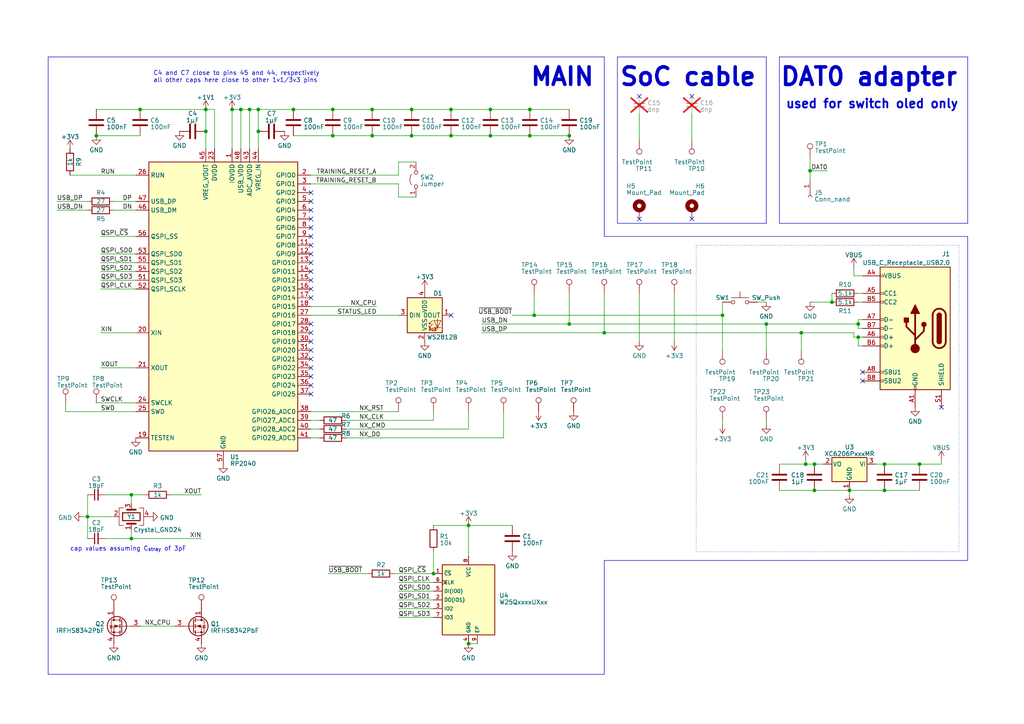
<source format=kicad_sch>
(kicad_sch (version 20230121) (generator eeschema)
  (paper "A4")
  (lib_symbols
    (symbol "Connector:Conn_01x01_Socket" (pin_names (offset 1.016) hide)
      (property "Reference" "J" (at 0 2.54 0))
      (property "Value" "Conn_01x01_Socket" (at 0 -2.54 0))
      (symbol "Conn_01x01_Socket_1_1"
        (pin passive line (at -5.08 0 0) (length 3.81) (name "Pin_1") (number "1"))
      )
    )
    (symbol "Connector:TestPoint" (pin_numbers hide) (pin_names (offset 0.762) hide)
      (property "Reference" "TP" (at 0 6.858 0))
      (property "Value" "TestPoint" (at 0 5.08 0))
      (symbol "TestPoint_1_1"
        (pin passive line (at 0 0 90) (length 2.54) (name "1") (number "1"))
      )
    )
    (symbol "Connector:USB_C_Receptacle_USB2.0" (pin_names (offset 1.016))
      (property "Reference" "J" (at -10.16 19.05 0))
      (property "Value" "USB_C_Receptacle_USB2.0" (at 19.05 19.05 0))
      (symbol "USB_C_Receptacle_USB2.0_1_1"
        (pin passive line (at 0 -22.86 90) (length 5.08) (name "GND") (number "A1"))
        (pin passive line (at 0 -22.86 90) (length 5.08) hide (name "GND") (number "A12"))
        (pin passive line (at 15.24 15.24 180) (length 5.08) (name "VBUS") (number "A4"))
        (pin bidirectional line (at 15.24 10.16 180) (length 5.08) (name "CC1") (number "A5"))
        (pin bidirectional line (at 15.24 -2.54 180) (length 5.08) (name "D+") (number "A6"))
        (pin bidirectional line (at 15.24 2.54 180) (length 5.08) (name "D-") (number "A7"))
        (pin bidirectional line (at 15.24 -12.7 180) (length 5.08) (name "SBU1") (number "A8"))
        (pin passive line (at 15.24 15.24 180) (length 5.08) hide (name "VBUS") (number "A9"))
        (pin passive line (at 0 -22.86 90) (length 5.08) hide (name "GND") (number "B1"))
        (pin passive line (at 0 -22.86 90) (length 5.08) hide (name "GND") (number "B12"))
        (pin passive line (at 15.24 15.24 180) (length 5.08) hide (name "VBUS") (number "B4"))
        (pin bidirectional line (at 15.24 7.62 180) (length 5.08) (name "CC2") (number "B5"))
        (pin bidirectional line (at 15.24 -5.08 180) (length 5.08) (name "D+") (number "B6"))
        (pin bidirectional line (at 15.24 0 180) (length 5.08) (name "D-") (number "B7"))
        (pin bidirectional line (at 15.24 -15.24 180) (length 5.08) (name "SBU2") (number "B8"))
        (pin passive line (at 15.24 15.24 180) (length 5.08) hide (name "VBUS") (number "B9"))
        (pin passive line (at -7.62 -22.86 90) (length 5.08) (name "SHIELD") (number "S1"))
      )
    )
    (symbol "Device:C" (pin_numbers hide) (pin_names (offset 0.254))
      (property "Reference" "C" (at 0.635 2.54 0))
      (property "Value" "C" (at 0.635 -2.54 0))
      (symbol "C_1_1"
        (pin passive line (at 0 3.81 270) (length 2.794) (name "~") (number "1"))
        (pin passive line (at 0 -3.81 90) (length 2.794) (name "~") (number "2"))
      )
    )
    (symbol "Device:C_Small" (pin_numbers hide) (pin_names (offset 0.254) hide)
      (property "Reference" "C" (at 0.254 1.778 0))
      (property "Value" "C_Small" (at 0.254 -2.032 0))
      (symbol "C_Small_1_1"
        (pin passive line (at 0 2.54 270) (length 2.032) (name "~") (number "1"))
        (pin passive line (at 0 -2.54 90) (length 2.032) (name "~") (number "2"))
      )
    )
    (symbol "Device:Crystal_GND24" (pin_names (offset 1.016) hide)
      (property "Reference" "Y" (at 3.175 5.08 0))
      (property "Value" "Crystal_GND24" (at 3.175 3.175 0))
      (symbol "Crystal_GND24_1_1"
        (pin passive line (at -3.81 0 0) (length 1.27) (name "1") (number "1"))
        (pin passive line (at 0 5.08 270) (length 1.27) (name "2") (number "2"))
        (pin passive line (at 3.81 0 180) (length 1.27) (name "3") (number "3"))
        (pin passive line (at 0 -5.08 90) (length 1.27) (name "4") (number "4"))
      )
    )
    (symbol "Device:R" (pin_numbers hide) (pin_names (offset 0))
      (property "Reference" "R" (at 2.032 0 90))
      (property "Value" "R" (at 0 0 90))
      (symbol "R_1_1"
        (pin passive line (at 0 3.81 270) (length 1.27) (name "~") (number "1"))
        (pin passive line (at 0 -3.81 90) (length 1.27) (name "~") (number "2"))
      )
    )
    (symbol "Jumper:Jumper_2_Open" (pin_names (offset 0) hide)
      (property "Reference" "JP" (at 0 2.794 0))
      (property "Value" "Jumper_2_Open" (at 0 -2.286 0))
      (symbol "Jumper_2_Open_1_1"
        (pin passive line (at -5.08 0 0) (length 2.54) (name "A") (number "1"))
        (pin passive line (at 5.08 0 180) (length 2.54) (name "B") (number "2"))
      )
    )
    (symbol "MCU_RaspberryPi:RP2040"
      (property "Reference" "U" (at 17.78 45.72 0))
      (property "Value" "RP2040" (at 17.78 43.18 0))
      (symbol "RP2040_1_1"
        (pin power_in line (at 2.54 45.72 270) (length 3.81) (name "IOVDD") (number "1"))
        (pin passive line (at 2.54 45.72 270) (length 3.81) hide (name "IOVDD") (number "10"))
        (pin bidirectional line (at 25.4 17.78 180) (length 3.81) (name "GPIO8") (number "11"))
        (pin bidirectional line (at 25.4 15.24 180) (length 3.81) (name "GPIO9") (number "12"))
        (pin bidirectional line (at 25.4 12.7 180) (length 3.81) (name "GPIO10") (number "13"))
        (pin bidirectional line (at 25.4 10.16 180) (length 3.81) (name "GPIO11") (number "14"))
        (pin bidirectional line (at 25.4 7.62 180) (length 3.81) (name "GPIO12") (number "15"))
        (pin bidirectional line (at 25.4 5.08 180) (length 3.81) (name "GPIO13") (number "16"))
        (pin bidirectional line (at 25.4 2.54 180) (length 3.81) (name "GPIO14") (number "17"))
        (pin bidirectional line (at 25.4 0 180) (length 3.81) (name "GPIO15") (number "18"))
        (pin input line (at -25.4 -38.1 0) (length 3.81) (name "TESTEN") (number "19"))
        (pin bidirectional line (at 25.4 38.1 180) (length 3.81) (name "GPIO0") (number "2"))
        (pin input line (at -25.4 -7.62 0) (length 3.81) (name "XIN") (number "20"))
        (pin passive line (at -25.4 -17.78 0) (length 3.81) (name "XOUT") (number "21"))
        (pin passive line (at 2.54 45.72 270) (length 3.81) hide (name "IOVDD") (number "22"))
        (pin power_in line (at -2.54 45.72 270) (length 3.81) (name "DVDD") (number "23"))
        (pin input line (at -25.4 -27.94 0) (length 3.81) (name "SWCLK") (number "24"))
        (pin bidirectional line (at -25.4 -30.48 0) (length 3.81) (name "SWD") (number "25"))
        (pin input line (at -25.4 38.1 0) (length 3.81) (name "RUN") (number "26"))
        (pin bidirectional line (at 25.4 -2.54 180) (length 3.81) (name "GPIO16") (number "27"))
        (pin bidirectional line (at 25.4 -5.08 180) (length 3.81) (name "GPIO17") (number "28"))
        (pin bidirectional line (at 25.4 -7.62 180) (length 3.81) (name "GPIO18") (number "29"))
        (pin bidirectional line (at 25.4 35.56 180) (length 3.81) (name "GPIO1") (number "3"))
        (pin bidirectional line (at 25.4 -10.16 180) (length 3.81) (name "GPIO19") (number "30"))
        (pin bidirectional line (at 25.4 -12.7 180) (length 3.81) (name "GPIO20") (number "31"))
        (pin bidirectional line (at 25.4 -15.24 180) (length 3.81) (name "GPIO21") (number "32"))
        (pin passive line (at 2.54 45.72 270) (length 3.81) hide (name "IOVDD") (number "33"))
        (pin bidirectional line (at 25.4 -17.78 180) (length 3.81) (name "GPIO22") (number "34"))
        (pin bidirectional line (at 25.4 -20.32 180) (length 3.81) (name "GPIO23") (number "35"))
        (pin bidirectional line (at 25.4 -22.86 180) (length 3.81) (name "GPIO24") (number "36"))
        (pin bidirectional line (at 25.4 -25.4 180) (length 3.81) (name "GPIO25") (number "37"))
        (pin bidirectional line (at 25.4 -30.48 180) (length 3.81) (name "GPIO26_ADC0") (number "38"))
        (pin bidirectional line (at 25.4 -33.02 180) (length 3.81) (name "GPIO27_ADC1") (number "39"))
        (pin bidirectional line (at 25.4 33.02 180) (length 3.81) (name "GPIO2") (number "4"))
        (pin bidirectional line (at 25.4 -35.56 180) (length 3.81) (name "GPIO28_ADC2") (number "40"))
        (pin bidirectional line (at 25.4 -38.1 180) (length 3.81) (name "GPIO29_ADC3") (number "41"))
        (pin passive line (at 2.54 45.72 270) (length 3.81) hide (name "IOVDD") (number "42"))
        (pin power_in line (at 7.62 45.72 270) (length 3.81) (name "ADC_AVDD") (number "43"))
        (pin power_in line (at 10.16 45.72 270) (length 3.81) (name "VREG_IN") (number "44"))
        (pin power_out line (at -5.08 45.72 270) (length 3.81) (name "VREG_VOUT") (number "45"))
        (pin bidirectional line (at -25.4 27.94 0) (length 3.81) (name "USB_DM") (number "46"))
        (pin bidirectional line (at -25.4 30.48 0) (length 3.81) (name "USB_DP") (number "47"))
        (pin power_in line (at 5.08 45.72 270) (length 3.81) (name "USB_VDD") (number "48"))
        (pin passive line (at 2.54 45.72 270) (length 3.81) hide (name "IOVDD") (number "49"))
        (pin bidirectional line (at 25.4 30.48 180) (length 3.81) (name "GPIO3") (number "5"))
        (pin passive line (at -2.54 45.72 270) (length 3.81) hide (name "DVDD") (number "50"))
        (pin bidirectional line (at -25.4 7.62 0) (length 3.81) (name "QSPI_SD3") (number "51"))
        (pin output line (at -25.4 5.08 0) (length 3.81) (name "QSPI_SCLK") (number "52"))
        (pin bidirectional line (at -25.4 15.24 0) (length 3.81) (name "QSPI_SD0") (number "53"))
        (pin bidirectional line (at -25.4 10.16 0) (length 3.81) (name "QSPI_SD2") (number "54"))
        (pin bidirectional line (at -25.4 12.7 0) (length 3.81) (name "QSPI_SD1") (number "55"))
        (pin bidirectional line (at -25.4 20.32 0) (length 3.81) (name "QSPI_SS") (number "56"))
        (pin power_in line (at 0 -45.72 90) (length 3.81) (name "GND") (number "57"))
        (pin bidirectional line (at 25.4 27.94 180) (length 3.81) (name "GPIO4") (number "6"))
        (pin bidirectional line (at 25.4 25.4 180) (length 3.81) (name "GPIO5") (number "7"))
        (pin bidirectional line (at 25.4 22.86 180) (length 3.81) (name "GPIO6") (number "8"))
        (pin bidirectional line (at 25.4 20.32 180) (length 3.81) (name "GPIO7") (number "9"))
      )
    )
    (symbol "Mechanical:MountingHole_Pad" (pin_numbers hide) (pin_names (offset 1.016) hide)
      (property "Reference" "H" (at 0 6.35 0))
      (property "Value" "MountingHole_Pad" (at 0 4.445 0))
      (symbol "MountingHole_Pad_1_1"
        (pin input line (at 0 -2.54 90) (length 2.54) (name "1") (number "1"))
      )
    )
    (symbol "Regulator_Linear:XC6206PxxxMR" (pin_names (offset 0.254))
      (property "Reference" "U" (at -3.81 3.175 0))
      (property "Value" "XC6206PxxxMR" (at 0 3.175 0))
      (symbol "XC6206PxxxMR_1_1"
        (pin power_in line (at 0 -7.62 90) (length 2.54) (name "GND") (number "1"))
        (pin power_out line (at 7.62 0 180) (length 2.54) (name "VO") (number "2"))
        (pin power_in line (at -7.62 0 0) (length 2.54) (name "VI") (number "3"))
      )
    )
    (symbol "Switch:SW_Push" (pin_numbers hide) (pin_names (offset 1.016) hide)
      (property "Reference" "SW" (at 1.27 2.54 0))
      (property "Value" "SW_Push" (at 0 -1.524 0))
      (symbol "SW_Push_0_1"
        (pin passive line (at -5.08 0 0) (length 2.54) (name "1") (number "1"))
        (pin passive line (at 5.08 0 180) (length 2.54) (name "2") (number "2"))
      )
    )
    (symbol "flexifly:IRFHS8342PbF"
      (property "Reference" "Q" (at 3.81 5.08 0))
      (property "Value" "IRFHS8342PbF" (at 10.16 2.54 0))
      (symbol "IRFHS8342PbF_1_1"
        (pin passive line (at 1.27 5.08 270) (length 2.54) (name "") (number "1"))
        (pin passive line (at 1.27 5.08 270) (length 2.54) hide (name "") (number "2"))
        (pin passive line (at -6.35 0 0) (length 2.54) (name "") (number "3"))
        (pin passive line (at 1.27 -5.08 90) (length 2.54) (name "") (number "4"))
        (pin passive line (at 1.27 5.08 270) (length 2.54) hide (name "") (number "5"))
        (pin passive line (at 1.27 5.08 270) (length 2.54) hide (name "") (number "6"))
        (pin passive line (at 1.27 -5.08 90) (length 2.54) hide (name "") (number "7"))
        (pin passive line (at 1.27 5.08 270) (length 2.54) hide (name "") (number "8"))
      )
    )
    (symbol "flexifly:W25QxxxxUXxx"
      (property "Reference" "U" (at -6.35 11.43 0))
      (property "Value" "W25QxxxxUXxx" (at -8.89 -11.43 0))
      (symbol "W25QxxxxUXxx_0_0"
        (pin input line (at -10.16 7.62 0) (length 2.54) (name "~{CS}") (number "1"))
        (pin bidirectional line (at -10.16 0 0) (length 2.54) (name "DO(IO1)") (number "2"))
        (pin bidirectional line (at -10.16 -2.54 0) (length 2.54) (name "IO2") (number "3"))
        (pin power_in line (at 0 -12.7 90) (length 2.54) (name "GND") (number "4"))
        (pin bidirectional line (at -10.16 2.54 0) (length 2.54) (name "DI(IO0)") (number "5"))
        (pin input clock (at -10.16 5.08 0) (length 2.54) (name "CLK") (number "6"))
        (pin bidirectional line (at -10.16 -5.08 0) (length 2.54) (name "IO3") (number "7"))
      )
      (symbol "W25QxxxxUXxx_1_0"
        (pin power_in line (at 0 12.7 270) (length 2.54) (name "VCC") (number "8"))
        (pin power_in line (at 2.54 -12.7 90) (length 2.54) (name "EP") (number "9"))
      )
    )
    (symbol "flexifly:WS2812B-2020"
      (property "Reference" "U" (at 3.81 6.35 0))
      (property "Value" "WS2812B-2020" (at 0 0 0))
      (symbol "WS2812B-2020_0_0"
        (text "RGB" (at 2.286 -4.191 0) (effects (font (size 0.762 0.762))))
      )
      (symbol "WS2812B-2020_1_1"
        (pin output line (at 7.62 0 180) (length 2.54) (name "DOUT") (number "1"))
        (pin power_in line (at 0 -7.62 90) (length 2.54) (name "VSS") (number "2"))
        (pin input line (at -7.62 0 0) (length 2.54) (name "DIN") (number "3"))
        (pin power_in line (at 0 7.62 270) (length 2.54) (name "VDD") (number "4"))
      )
    )
    (symbol "power:+1V1" (power) (pin_names (offset 0))
      (property "Value" "+1V1" (at 0 3.556 0))
      (symbol "+1V1_1_1"
        (pin power_in line (at 0 0 90) (length 0) hide (name "+1V1") (number "1"))
      )
    )
    (symbol "power:+3V3" (power) (pin_names (offset 0))
      (property "Value" "+3V3" (at 0 3.556 0))
      (symbol "+3V3_1_1"
        (pin power_in line (at 0 0 90) (length 0) hide (name "+3V3") (number "1"))
      )
    )
    (symbol "power:GND" (power) (pin_names (offset 0))
      (property "Value" "GND" (at 0 -3.81 0))
      (symbol "GND_1_1"
        (pin power_in line (at 0 0 270) (length 0) hide (name "GND") (number "1"))
      )
    )
    (symbol "power:VBUS" (power) (pin_names (offset 0))
      (property "Value" "VBUS" (at 0 3.81 0))
      (symbol "VBUS_1_1"
        (pin power_in line (at 0 0 90) (length 0) hide (name "VBUS") (number "1"))
      )
    )
  )
  (junction (at 27.94 39.37))
  (junction (at 85.09 31.75))
  (junction (at 248.92 93.98))
  (junction (at 234.95 49.53))
  (junction (at 74.93 31.75))
  (junction (at 59.69 38.1))
  (junction (at 266.7 134.62))
  (junction (at 96.52 31.75))
  (junction (at 25.4 149.86))
  (junction (at 119.38 39.37))
  (junction (at 130.81 31.75))
  (junction (at 72.39 31.75))
  (junction (at 96.52 39.37))
  (junction (at 222.25 93.98))
  (junction (at 175.26 96.52))
  (junction (at 165.1 39.37))
  (junction (at 236.22 142.24))
  (junction (at 232.41 96.52))
  (junction (at 142.24 31.75))
  (junction (at 256.54 142.24))
  (junction (at 38.1 156.21))
  (junction (at 125.73 166.37))
  (junction (at 153.67 39.37))
  (junction (at 119.38 31.75))
  (junction (at 69.85 31.75))
  (junction (at 67.31 31.75))
  (junction (at 107.95 31.75))
  (junction (at 236.22 134.62))
  (junction (at 165.1 93.98))
  (junction (at 142.24 39.37))
  (junction (at 38.1 143.51))
  (junction (at 59.69 31.75))
  (junction (at 130.81 39.37))
  (junction (at 248.92 97.79))
  (junction (at 256.54 134.62))
  (junction (at 135.89 152.4))
  (junction (at 209.55 91.44))
  (junction (at 40.64 31.75))
  (junction (at 233.68 134.62))
  (junction (at 135.89 186.69))
  (junction (at 74.93 38.1))
  (junction (at 153.67 31.75))
  (junction (at 241.3 87.63))
  (junction (at 107.95 39.37))
  (junction (at 154.94 91.44))
  (junction (at 246.38 142.24))
  (no_connect (at 90.17 71.12))
  (no_connect (at 90.17 60.96))
  (no_connect (at 90.17 99.06))
  (no_connect (at 250.19 107.95))
  (no_connect (at 273.05 118.11))
  (no_connect (at 90.17 68.58))
  (no_connect (at 250.19 110.49))
  (no_connect (at 90.17 114.3))
  (no_connect (at 90.17 109.22))
  (no_connect (at 90.17 63.5))
  (no_connect (at 90.17 104.14))
  (no_connect (at 90.17 93.98))
  (no_connect (at 90.17 55.88))
  (no_connect (at 90.17 106.68))
  (no_connect (at 90.17 111.76))
  (no_connect (at 90.17 83.82))
  (no_connect (at 90.17 73.66))
  (no_connect (at 200.66 63.5))
  (no_connect (at 90.17 96.52))
  (no_connect (at 90.17 86.36))
  (no_connect (at 90.17 76.2))
  (no_connect (at 185.42 63.5))
  (no_connect (at 90.17 81.28))
  (no_connect (at 200.66 27.94))
  (no_connect (at 130.81 91.44))
  (no_connect (at 90.17 78.74))
  (no_connect (at 90.17 66.04))
  (no_connect (at 90.17 58.42))
  (no_connect (at 185.42 27.94))
  (no_connect (at 90.17 101.6))
  (polyline (pts (xy 175.26 68.58) (xy 280.67 68.58)))
  (wire (pts (xy 115.57 57.15) (xy 120.65 57.15)))
  (wire (pts (xy 222.25 93.98) (xy 222.25 101.6)))
  (wire (pts (xy 40.64 181.61) (xy 50.8 181.61)))
  (wire (pts (xy 38.1 153.67) (xy 38.1 156.21)))
  (wire (pts (xy 72.39 31.75) (xy 72.39 43.18)))
  (wire (pts (xy 139.7 93.98) (xy 165.1 93.98)))
  (wire (pts (xy 248.92 85.09) (xy 250.19 85.09)))
  (wire (pts (xy 115.57 168.91) (xy 125.73 168.91)))
  (wire (pts (xy 30.48 143.51) (xy 38.1 143.51)))
  (wire (pts (xy 33.02 60.96) (xy 39.37 60.96)))
  (wire (pts (xy 100.33 124.46) (xy 135.89 124.46)))
  (polyline (pts (xy 13.97 195.58) (xy 13.97 16.51)))
  (wire (pts (xy 233.68 134.62) (xy 236.22 134.62)))
  (wire (pts (xy 25.4 149.86) (xy 33.02 149.86)))
  (wire (pts (xy 209.55 87.63) (xy 209.55 91.44)))
  (wire (pts (xy 234.95 49.53) (xy 234.95 52.07)))
  (wire (pts (xy 232.41 96.52) (xy 247.65 96.52)))
  (polyline (pts (xy 175.26 16.51) (xy 175.26 68.58)))
  (wire (pts (xy 130.81 31.75) (xy 142.24 31.75)))
  (wire (pts (xy 29.21 106.68) (xy 39.37 106.68)))
  (wire (pts (xy 154.94 91.44) (xy 209.55 91.44)))
  (wire (pts (xy 115.57 53.34) (xy 115.57 57.15)))
  (wire (pts (xy 38.1 143.51) (xy 38.1 146.05)))
  (wire (pts (xy 115.57 173.99) (xy 125.73 173.99)))
  (wire (pts (xy 233.68 133.35) (xy 233.68 134.62)))
  (wire (pts (xy 241.3 85.09) (xy 241.3 87.63)))
  (wire (pts (xy 25.4 149.86) (xy 25.4 156.21)))
  (wire (pts (xy 115.57 179.07) (xy 125.73 179.07)))
  (wire (pts (xy 20.32 50.8) (xy 39.37 50.8)))
  (wire (pts (xy 114.3 166.37) (xy 125.73 166.37)))
  (wire (pts (xy 226.06 134.62) (xy 233.68 134.62)))
  (wire (pts (xy 100.33 127) (xy 146.05 127)))
  (wire (pts (xy 153.67 39.37) (xy 165.1 39.37)))
  (wire (pts (xy 25.4 143.51) (xy 25.4 149.86)))
  (wire (pts (xy 119.38 39.37) (xy 130.81 39.37)))
  (wire (pts (xy 16.51 58.42) (xy 25.4 58.42)))
  (wire (pts (xy 256.54 134.62) (xy 266.7 134.62)))
  (wire (pts (xy 27.94 31.75) (xy 40.64 31.75)))
  (wire (pts (xy 256.54 142.24) (xy 266.7 142.24)))
  (wire (pts (xy 200.66 33.02) (xy 200.66 40.64)))
  (wire (pts (xy 248.92 92.71) (xy 250.19 92.71)))
  (wire (pts (xy 120.65 46.99) (xy 115.57 46.99)))
  (wire (pts (xy 96.52 39.37) (xy 107.95 39.37)))
  (wire (pts (xy 209.55 91.44) (xy 209.55 101.6)))
  (wire (pts (xy 115.57 171.45) (xy 125.73 171.45)))
  (wire (pts (xy 74.93 38.1) (xy 74.93 43.18)))
  (wire (pts (xy 130.81 39.37) (xy 142.24 39.37)))
  (wire (pts (xy 16.51 60.96) (xy 25.4 60.96)))
  (wire (pts (xy 29.21 73.66) (xy 39.37 73.66)))
  (wire (pts (xy 248.92 97.79) (xy 248.92 100.33)))
  (wire (pts (xy 74.93 31.75) (xy 85.09 31.75)))
  (wire (pts (xy 119.38 31.75) (xy 130.81 31.75)))
  (wire (pts (xy 29.21 83.82) (xy 39.37 83.82)))
  (wire (pts (xy 29.21 78.74) (xy 39.37 78.74)))
  (wire (pts (xy 248.92 95.25) (xy 250.19 95.25)))
  (wire (pts (xy 248.92 87.63) (xy 250.19 87.63)))
  (wire (pts (xy 222.25 121.92) (xy 222.25 123.19)))
  (wire (pts (xy 236.22 142.24) (xy 246.38 142.24)))
  (wire (pts (xy 62.23 31.75) (xy 62.23 43.18)))
  (wire (pts (xy 24.13 149.86) (xy 25.4 149.86)))
  (wire (pts (xy 90.17 53.34) (xy 115.57 53.34)))
  (wire (pts (xy 115.57 176.53) (xy 125.73 176.53)))
  (polyline (pts (xy 201.93 71.12) (xy 278.13 71.12)) (stroke (width 0) (type dot)))
  (wire (pts (xy 142.24 39.37) (xy 153.67 39.37)))
  (wire (pts (xy 107.95 39.37) (xy 119.38 39.37)))
  (wire (pts (xy 165.1 93.98) (xy 165.1 85.09)))
  (wire (pts (xy 59.69 43.18) (xy 59.69 38.1)))
  (polyline (pts (xy 175.26 162.56) (xy 175.26 195.58)))
  (wire (pts (xy 247.65 77.47) (xy 247.65 80.01)))
  (wire (pts (xy 90.17 119.38) (xy 115.57 119.38)))
  (wire (pts (xy 219.71 87.63) (xy 222.25 87.63)))
  (wire (pts (xy 232.41 96.52) (xy 232.41 101.6)))
  (wire (pts (xy 38.1 143.51) (xy 41.91 143.51)))
  (wire (pts (xy 29.21 76.2) (xy 39.37 76.2)))
  (wire (pts (xy 115.57 46.99) (xy 115.57 50.8)))
  (wire (pts (xy 234.95 49.53) (xy 240.03 49.53)))
  (wire (pts (xy 74.93 31.75) (xy 74.93 38.1)))
  (wire (pts (xy 96.52 31.75) (xy 107.95 31.75)))
  (wire (pts (xy 175.26 96.52) (xy 175.26 85.09)))
  (wire (pts (xy 135.89 119.38) (xy 135.89 124.46)))
  (wire (pts (xy 135.89 152.4) (xy 135.89 161.29)))
  (wire (pts (xy 85.09 31.75) (xy 96.52 31.75)))
  (wire (pts (xy 29.21 96.52) (xy 39.37 96.52)))
  (wire (pts (xy 95.25 166.37) (xy 106.68 166.37)))
  (wire (pts (xy 67.31 31.75) (xy 69.85 31.75)))
  (wire (pts (xy 246.38 143.51) (xy 246.38 142.24)))
  (polyline (pts (xy 201.93 71.12) (xy 201.93 160.02)) (stroke (width 0) (type dot)))
  (wire (pts (xy 38.1 156.21) (xy 58.42 156.21)))
  (polyline (pts (xy 278.13 160.02) (xy 201.93 160.02)) (stroke (width 0) (type dot)))
  (wire (pts (xy 165.1 93.98) (xy 222.25 93.98)))
  (wire (pts (xy 248.92 93.98) (xy 248.92 95.25)))
  (wire (pts (xy 59.69 31.75) (xy 59.69 38.1)))
  (wire (pts (xy 90.17 127) (xy 92.71 127)))
  (wire (pts (xy 234.95 45.72) (xy 234.95 49.53)))
  (wire (pts (xy 185.42 33.02) (xy 185.42 40.64)))
  (wire (pts (xy 67.31 31.75) (xy 67.31 43.18)))
  (wire (pts (xy 125.73 119.38) (xy 125.73 121.92)))
  (wire (pts (xy 142.24 31.75) (xy 153.67 31.75)))
  (wire (pts (xy 248.92 97.79) (xy 247.65 97.79)))
  (wire (pts (xy 266.7 134.62) (xy 273.05 134.62)))
  (wire (pts (xy 139.7 96.52) (xy 175.26 96.52)))
  (wire (pts (xy 90.17 121.92) (xy 92.71 121.92)))
  (wire (pts (xy 247.65 80.01) (xy 250.19 80.01)))
  (wire (pts (xy 69.85 31.75) (xy 69.85 43.18)))
  (wire (pts (xy 90.17 91.44) (xy 115.57 91.44)))
  (wire (pts (xy 254 134.62) (xy 256.54 134.62)))
  (wire (pts (xy 154.94 91.44) (xy 154.94 85.09)))
  (wire (pts (xy 135.89 186.69) (xy 138.43 186.69)))
  (wire (pts (xy 209.55 121.92) (xy 209.55 123.19)))
  (wire (pts (xy 125.73 152.4) (xy 135.89 152.4)))
  (wire (pts (xy 153.67 31.75) (xy 165.1 31.75)))
  (wire (pts (xy 185.42 85.09) (xy 185.42 99.06)))
  (wire (pts (xy 69.85 31.75) (xy 72.39 31.75)))
  (wire (pts (xy 100.33 121.92) (xy 125.73 121.92)))
  (wire (pts (xy 85.09 39.37) (xy 96.52 39.37)))
  (wire (pts (xy 29.21 81.28) (xy 39.37 81.28)))
  (wire (pts (xy 247.65 96.52) (xy 247.65 97.79)))
  (wire (pts (xy 19.05 119.38) (xy 19.05 116.84)))
  (wire (pts (xy 195.58 85.09) (xy 195.58 99.06)))
  (wire (pts (xy 107.95 31.75) (xy 119.38 31.75)))
  (polyline (pts (xy 13.97 16.51) (xy 175.26 16.51)))
  (wire (pts (xy 33.02 58.42) (xy 39.37 58.42)))
  (polyline (pts (xy 175.26 195.58) (xy 13.97 195.58)))
  (wire (pts (xy 246.38 142.24) (xy 256.54 142.24)))
  (wire (pts (xy 27.94 116.84) (xy 39.37 116.84)))
  (wire (pts (xy 148.59 91.44) (xy 154.94 91.44)))
  (wire (pts (xy 234.95 87.63) (xy 241.3 87.63)))
  (wire (pts (xy 90.17 88.9) (xy 109.22 88.9)))
  (wire (pts (xy 29.21 68.58) (xy 39.37 68.58)))
  (wire (pts (xy 40.64 31.75) (xy 59.69 31.75)))
  (wire (pts (xy 49.53 143.51) (xy 58.42 143.51)))
  (wire (pts (xy 248.92 93.98) (xy 248.92 92.71)))
  (wire (pts (xy 72.39 31.75) (xy 74.93 31.75)))
  (wire (pts (xy 248.92 100.33) (xy 250.19 100.33)))
  (wire (pts (xy 38.1 156.21) (xy 30.48 156.21)))
  (wire (pts (xy 146.05 119.38) (xy 146.05 127)))
  (wire (pts (xy 90.17 124.46) (xy 92.71 124.46)))
  (polyline (pts (xy 278.13 71.12) (xy 278.13 160.02)) (stroke (width 0) (type dot)))
  (wire (pts (xy 19.05 119.38) (xy 39.37 119.38)))
  (wire (pts (xy 27.94 39.37) (xy 40.64 39.37)))
  (wire (pts (xy 236.22 134.62) (xy 238.76 134.62)))
  (wire (pts (xy 135.89 152.4) (xy 148.59 152.4)))
  (wire (pts (xy 125.73 160.02) (xy 125.73 166.37)))
  (polyline (pts (xy 280.67 68.58) (xy 280.67 162.56)))
  (wire (pts (xy 59.69 31.75) (xy 62.23 31.75)))
  (wire (pts (xy 273.05 134.62) (xy 273.05 133.35)))
  (wire (pts (xy 222.25 93.98) (xy 248.92 93.98)))
  (wire (pts (xy 226.06 142.24) (xy 236.22 142.24)))
  (polyline (pts (xy 280.67 162.56) (xy 175.26 162.56)))
  (wire (pts (xy 248.92 97.79) (xy 250.19 97.79)))
  (wire (pts (xy 90.17 50.8) (xy 115.57 50.8)))
  (wire (pts (xy 175.26 96.52) (xy 232.41 96.52)))
  (rectangle (start 226.06 16.51) (end 280.67 64.77))
  (rectangle (start 179.07 16.51) (end 222.25 64.77))
  (text "DAT0 adapter" (at 278.13 25.4 0) (effects (font (size 5.08 5.08) (thickness 1.016) bold) (justify right bottom)))
  (text "C4 and C7 close to pins 45 and 44, respectively\nall other caps here close to other 1v1/3v3 pins" (at 44.45 24.13 0) (effects (font (size 1.27 1.27)) (justify left bottom)))
  (text "MAIN" (at 172.72 25.4 0) (effects (font (size 5.08 5.08) (thickness 1.016) bold) (justify right bottom)))
  (text "SoC cable" (at 219.71 25.4 0) (effects (font (size 5.08 5.08) (thickness 1.016) bold) (justify right bottom)))
  (text "cap values assuming C_{stray} of 3pF" (at 20.32 160.02 0) (effects (font (size 1.27 1.27)) (justify left bottom)))
  (text "used for switch oled only" (at 278.13 31.75 0) (effects (font (size 2.54 2.54) (thickness 0.508) bold) (justify right bottom)))
  (label "QSPI_SD0" (at 115.57 171.45 0))
  (label "NX_D0" (at 104.14 127 0))
  (label "QSPI_SD1" (at 29.21 76.2 0))
  (label "XIN" (at 58.42 156.21 180))
  (label "RUN" (at 29.21 50.8 0))
  (label "STATUS_LED" (at 109.22 91.44 180))
  (label "USB_DN" (at 139.7 93.98 0))
  (label "USB_DN" (at 16.51 60.96 0))
  (label "QSPI_CLK" (at 115.57 168.91 0))
  (label "SWCLK" (at 29.21 116.84 0))
  (label "DP" (at 35.56 58.42 0))
  (label "~{USB_BOOT}" (at 148.59 91.44 180))
  (label "NX_CPU" (at 109.22 88.9 180))
  (label "QSPI_SD3" (at 29.21 81.28 0))
  (label "QSPI_SD2" (at 115.57 176.53 0))
  (label "DAT0" (at 240.03 49.53 180))
  (label "~{USB_BOOT}" (at 95.25 166.37 0))
  (label "NX_CMD" (at 104.14 124.46 0))
  (label "DN" (at 35.56 60.96 0))
  (label "QSPI_~{CS}" (at 115.57 166.37 0))
  (label "NX_RST" (at 104.14 119.38 0))
  (label "USB_DP" (at 139.7 96.52 0))
  (label "QSPI_SD2" (at 29.21 78.74 0))
  (label "NX_CLK" (at 104.14 121.92 0))
  (label "USB_DP" (at 16.51 58.42 0))
  (label "TRAINING_RESET_A" (at 109.22 50.8 180))
  (label "NX_CPU" (at 49.53 181.61 180))
  (label "XOUT" (at 58.42 143.51 180))
  (label "QSPI_SD0" (at 29.21 73.66 0))
  (label "QSPI_~{CS}" (at 29.21 68.58 0))
  (label "SWD" (at 29.21 119.38 0))
  (label "QSPI_SD3" (at 115.57 179.07 0))
  (label "XOUT" (at 29.21 106.68 0))
  (label "TRAINING_RESET_B" (at 109.22 53.34 180))
  (label "QSPI_CLK" (at 29.21 83.82 0))
  (label "QSPI_SD1" (at 115.57 173.99 0))
  (label "XIN" (at 29.21 96.52 0))
  (symbol (lib_id "power:GND") (at 222.25 123.19 0) (unit 1)
    (property "Reference" "#PWR027" (effects hide))
    (property "Value" "GND" (at 222.25 127.3255 0))
  )
  (symbol (lib_id "Device:R") (at 110.49 166.37 90) (unit 1)
    (property "Reference" "R2" (at 110.49 163.83 90))
    (property "Value" "1k" (at 110.49 166.37 90))
    (property "Footprint" "Resistor_SMD:R_0201_0603Metric" (effects hide))
    (property "LCSC" "C25543" (effects hide))
  )
  (symbol (lib_id "Device:R") (at 29.21 60.96 270) (unit 1)
    (property "Reference" "R5" (at 29.21 63.5 90))
    (property "Value" "27" (at 29.21 60.96 90))
    (property "Footprint" "Resistor_SMD:R_0201_0603Metric" (effects hide))
    (property "LCSC" "C25100" (effects hide))
  )
  (symbol (lib_id "power:GND") (at 246.38 143.51 0) (unit 1)
    (property "Reference" "#PWR026" (effects hide))
    (property "Value" "GND" (at 246.38 147.6455 0))
  )
  (symbol (lib_id "Device:R") (at 20.32 46.99 0) (unit 1)
    (property "Reference" "R9" (at 22.86 46.99 90))
    (property "Value" "1k" (at 20.32 46.99 90))
    (property "Footprint" "Resistor_SMD:R_0201_0603Metric" (effects hide))
    (property "LCSC" "C25543" (effects hide))
  )
  (symbol (lib_id "Device:C") (at 85.09 35.56 180) (unit 1)
    (property "Reference" "C8" (at 88.011 34.9163 0) (effects (justify right)))
    (property "Value" "100nF" (at 88.011 36.8373 0) (effects (justify right)))
    (property "Footprint" "Capacitor_SMD:C_0201_0603Metric" (effects hide))
    (property "LCSC" "C1525" (effects hide))
  )
  (symbol (lib_id "power:VBUS") (at 273.05 133.35 0) (unit 1)
    (property "Reference" "#PWR025" (effects hide))
    (property "Value" "VBUS" (at 273.05 129.8481 0))
  )
  (symbol (lib_id "Connector:TestPoint") (at 115.57 119.38 0) (unit 1) (in_bom no)
    (property "Reference" "TP2" (at 111.76 111.109 0) (effects (justify left)))
    (property "Value" "TestPoint" (at 111.76 113.03 0) (effects (justify left)))
    (property "Footprint" "flexifly:TP_pad_1mm_dense" (effects hide))
  )
  (symbol (lib_id "Device:C") (at 55.88 38.1 90) (unit 1)
    (property "Reference" "C4" (at 55.88 32.9311 90))
    (property "Value" "1µF" (at 55.88 34.8521 90))
    (property "Footprint" "Capacitor_SMD:C_0201_0603Metric" (effects hide))
    (property "LCSC" "C14445" (effects hide))
  )
  (symbol (lib_id "Connector:TestPoint") (at 209.55 121.92 0) (unit 1) (in_bom no)
    (property "Reference" "TP22" (at 205.74 113.649 0) (effects (justify left)))
    (property "Value" "TestPoint" (at 205.74 115.57 0) (effects (justify left)))
    (property "Footprint" "flexifly:TP_pad_1mm_dense" (effects hide))
  )
  (symbol (lib_id "Connector:TestPoint") (at 232.41 101.6 180) (unit 1) (in_bom no)
    (property "Reference" "TP21" (at 236.22 109.871 0) (effects (justify left)))
    (property "Value" "TestPoint" (at 236.22 107.95 0) (effects (justify left)))
    (property "Footprint" "flexifly:TP_pad_1mm_dense" (effects hide))
  )
  (symbol (lib_id "Connector:TestPoint") (at 195.58 85.09 0) (unit 1) (in_bom no)
    (property "Reference" "TP18" (at 191.77 76.819 0) (effects (justify left)))
    (property "Value" "TestPoint" (at 191.77 78.74 0) (effects (justify left)))
    (property "Footprint" "flexifly:TP_pad_1mm_dense" (effects hide))
  )
  (symbol (lib_id "Device:R") (at 245.11 85.09 90) (unit 1)
    (property "Reference" "R10" (at 245.11 82.55 90))
    (property "Value" "5.1k" (at 245.11 85.09 90))
    (property "Footprint" "Resistor_SMD:R_0201_0603Metric" (effects hide))
  )
  (symbol (lib_id "power:+3V3") (at 195.58 99.06 180) (unit 1)
    (property "Reference" "#PWR022" (effects hide))
    (property "Value" "+3V3" (at 195.58 103.1955 0))
  )
  (symbol (lib_id "power:GND") (at 39.37 127 0) (unit 1)
    (property "Reference" "#PWR05" (effects hide))
    (property "Value" "GND" (at 39.37 131.1355 0))
  )
  (symbol (lib_id "power:GND") (at 33.02 186.69 0) (unit 1)
    (property "Reference" "#PWR011" (effects hide))
    (property "Value" "GND" (at 33.02 190.8255 0))
  )
  (symbol (lib_id "power:GND") (at 234.95 87.63 0) (unit 1)
    (property "Reference" "#PWR020" (effects hide))
    (property "Value" "GND" (at 234.95 91.7655 0))
  )
  (symbol (lib_id "Device:R") (at 29.21 58.42 90) (unit 1)
    (property "Reference" "R4" (at 29.21 55.88 90))
    (property "Value" "27" (at 29.21 58.42 90))
    (property "Footprint" "Resistor_SMD:R_0201_0603Metric" (effects hide))
    (property "LCSC" "C25100" (effects hide))
  )
  (symbol (lib_id "power:GND") (at 166.37 119.38 0) (unit 1)
    (property "Reference" "#PWR029" (effects hide))
    (property "Value" "GND" (at 166.37 123.5155 0))
  )
  (symbol (lib_id "Device:C") (at 130.81 35.56 180) (unit 1)
    (property "Reference" "C12" (at 133.731 34.9163 0) (effects (justify right)))
    (property "Value" "100nF" (at 133.731 36.8373 0) (effects (justify right)))
    (property "Footprint" "Capacitor_SMD:C_0201_0603Metric" (effects hide))
    (property "LCSC" "C1525" (effects hide))
  )
  (symbol (lib_id "Connector:TestPoint") (at 209.55 101.6 180) (unit 1) (in_bom no)
    (property "Reference" "TP19" (at 213.36 109.871 0) (effects (justify left)))
    (property "Value" "TestPoint" (at 213.36 107.95 0) (effects (justify left)))
    (property "Footprint" "flexifly:TP_pad_1mm_dense" (effects hide))
  )
  (symbol (lib_id "Device:Crystal_GND24") (at 38.1 149.86 90) (unit 1)
    (property "Reference" "Y1" (at 38.1 149.86 90))
    (property "Value" "Crystal_GND24" (at 45.72 153.67 90))
    (property "Footprint" "Crystal:Crystal_SMD_2520-4Pin_2.5x2.0mm" (effects hide))
    (property "LCSC" "C2901718" (effects hide))
  )
  (symbol (lib_id "Connector:TestPoint") (at 33.02 176.53 0) (unit 1) (in_bom no)
    (property "Reference" "TP13" (at 29.21 168.259 0) (effects (justify left)))
    (property "Value" "TestPoint" (at 29.21 170.18 0) (effects (justify left)))
    (property "Footprint" "flexifly:TP_pad_1mm_dense" (effects hide))
  )
  (symbol (lib_id "Device:R") (at 45.72 143.51 90) (unit 1)
    (property "Reference" "R3" (at 45.72 140.97 90))
    (property "Value" "1k" (at 45.72 143.51 90))
    (property "Footprint" "Resistor_SMD:R_0201_0603Metric" (effects hide))
    (property "LCSC" "C25543" (effects hide))
  )
  (symbol (lib_id "Device:C") (at 142.24 35.56 180) (unit 1)
    (property "Reference" "C13" (at 145.161 34.9163 0) (effects (justify right)))
    (property "Value" "100nF" (at 145.161 36.8373 0) (effects (justify right)))
    (property "Footprint" "Capacitor_SMD:C_0201_0603Metric" (effects hide))
    (property "LCSC" "C1525" (effects hide))
  )
  (symbol (lib_id "Connector:TestPoint") (at 234.95 45.72 0) (unit 1) (in_bom no)
    (property "Reference" "TP1" (at 236.347 41.7743 0) (effects (justify left)))
    (property "Value" "TestPoint" (at 236.347 43.6953 0) (effects (justify left)))
    (property "Footprint" "flexifly:TP_pad_1mm_dense" (effects hide))
  )
  (symbol (lib_id "power:GND") (at 43.18 149.86 90) (unit 1)
    (property "Reference" "#PWR07" (effects hide))
    (property "Value" "GND" (at 46.355 150.1768 90) (effects (justify right)))
  )
  (symbol (lib_id "Connector:Conn_01x01_Socket") (at 234.95 57.15 270) (unit 1) (in_bom no)
    (property "Reference" "J5" (at 236.1692 55.8713 90) (effects (justify left)))
    (property "Value" "Conn_nand" (at 236.1692 57.7923 90) (effects (justify left)))
    (property "Footprint" "flexifly:Conn_BGA_shim_dat0" (effects hide))
  )
  (symbol (lib_id "Device:C") (at 96.52 35.56 180) (unit 1)
    (property "Reference" "C9" (at 99.441 34.9163 0) (effects (justify right)))
    (property "Value" "100nF" (at 99.441 36.8373 0) (effects (justify right)))
    (property "Footprint" "Capacitor_SMD:C_0201_0603Metric" (effects hide))
    (property "LCSC" "C1525" (effects hide))
  )
  (symbol (lib_id "Connector:TestPoint") (at 58.42 176.53 0) (unit 1) (in_bom no)
    (property "Reference" "TP12" (at 54.61 168.259 0) (effects (justify left)))
    (property "Value" "TestPoint" (at 54.61 170.18 0) (effects (justify left)))
    (property "Footprint" "flexifly:TP_pad_1mm_dense" (effects hide))
  )
  (symbol (lib_id "power:+3V3") (at 123.19 83.82 0) (unit 1)
    (property "Reference" "#PWR017" (effects hide))
    (property "Value" "+3V3" (at 123.19 80.3181 0))
  )
  (symbol (lib_id "Device:C") (at 165.1 35.56 180) (unit 1)
    (property "Reference" "C19" (at 168.021 34.9163 0) (effects (justify right)))
    (property "Value" "100nF" (at 168.021 36.8373 0) (effects (justify right)))
    (property "Footprint" "Capacitor_SMD:C_0201_0603Metric" (effects hide))
    (property "LCSC" "C1525" (effects hide))
  )
  (symbol (lib_id "Jumper:Jumper_2_Open") (at 120.65 52.07 90) (unit 1) (in_bom no)
    (property "Reference" "SW2" (at 121.793 51.4263 90) (effects (justify right)))
    (property "Value" "Jumper" (at 121.793 53.3473 90) (effects (justify right)))
    (property "Footprint" "flexifly:SolderJumper-2_Dense" (effects hide))
  )
  (symbol (lib_id "flexifly:W25QxxxxUXxx") (at 135.89 173.99 0) (unit 1)
    (property "Reference" "U4" (at 144.78 172.72 0) (effects (justify left)))
    (property "Value" "W25QxxxxUXxx" (at 144.78 174.641 0) (effects (justify left)))
    (property "Footprint" "flexifly:W25QxxxxUXxx" (effects hide))
    (property "LCSC" "C401672" (effects hide))
  )
  (symbol (lib_id "power:GND") (at 27.94 39.37 0) (unit 1)
    (property "Reference" "#PWR013" (effects hide))
    (property "Value" "GND" (at 27.94 43.5055 0))
  )
  (symbol (lib_id "Connector:TestPoint") (at 222.25 101.6 180) (unit 1) (in_bom no)
    (property "Reference" "TP20" (at 226.06 109.871 0) (effects (justify left)))
    (property "Value" "TestPoint" (at 226.06 107.95 0) (effects (justify left)))
    (property "Footprint" "flexifly:TP_pad_1mm_dense" (effects hide))
  )
  (symbol (lib_id "power:+3V3") (at 20.32 43.18 0) (unit 1)
    (property "Reference" "#PWR032" (effects hide))
    (property "Value" "+3V3" (at 20.32 39.6781 0))
  )
  (symbol (lib_id "Connector:TestPoint") (at 156.21 119.38 0) (unit 1) (in_bom no)
    (property "Reference" "TP6" (at 152.4 111.109 0) (effects (justify left)))
    (property "Value" "TestPoint" (at 152.4 113.03 0) (effects (justify left)))
    (property "Footprint" "flexifly:TP_pad_1mm_dense" (effects hide))
  )
  (symbol (lib_id "power:+3V3") (at 209.55 123.19 180) (unit 1)
    (property "Reference" "#PWR023" (effects hide))
    (property "Value" "+3V3" (at 209.55 127.3255 0))
  )
  (symbol (lib_id "Connector:TestPoint") (at 125.73 119.38 0) (unit 1) (in_bom no)
    (property "Reference" "TP3" (at 121.92 111.109 0) (effects (justify left)))
    (property "Value" "TestPoint" (at 121.92 113.03 0) (effects (justify left)))
    (property "Footprint" "flexifly:TP_pad_1mm_dense" (effects hide))
  )
  (symbol (lib_id "Connector:TestPoint") (at 154.94 85.09 0) (unit 1) (in_bom no)
    (property "Reference" "TP14" (at 151.13 76.819 0) (effects (justify left)))
    (property "Value" "TestPoint" (at 151.13 78.74 0) (effects (justify left)))
    (property "Footprint" "flexifly:TP_pad_1mm_dense" (effects hide))
  )
  (symbol (lib_id "Connector:TestPoint") (at 222.25 121.92 0) (unit 1) (in_bom no)
    (property "Reference" "TP23" (at 218.44 113.649 0) (effects (justify left)))
    (property "Value" "TestPoint" (at 218.44 115.57 0) (effects (justify left)))
    (property "Footprint" "flexifly:TP_pad_1mm_dense" (effects hide))
  )
  (symbol (lib_id "power:GND") (at 165.1 39.37 0) (unit 1)
    (property "Reference" "#PWR033" (effects hide))
    (property "Value" "GND" (at 165.1 43.5055 0))
  )
  (symbol (lib_id "Device:C") (at 107.95 35.56 180) (unit 1)
    (property "Reference" "C10" (at 110.871 34.9163 0) (effects (justify right)))
    (property "Value" "100nF" (at 110.871 36.8373 0) (effects (justify right)))
    (property "Footprint" "Capacitor_SMD:C_0201_0603Metric" (effects hide))
    (property "LCSC" "C1525" (effects hide))
  )
  (symbol (lib_id "Mechanical:MountingHole_Pad") (at 185.42 60.96 0) (unit 1) (in_bom no)
    (property "Reference" "H5" (at 181.61 53.959 0) (effects (justify left)))
    (property "Value" "Mount_Pad" (at 181.61 55.88 0) (effects (justify left)))
    (property "Footprint" "TestPoint:TestPoint_Pad_2.0x2.0mm" (effects hide))
  )
  (symbol (lib_id "power:+1V1") (at 59.69 31.75 0) (unit 1)
    (property "Reference" "#PWR014" (effects hide))
    (property "Value" "+1V1" (at 59.69 28.2481 0))
  )
  (symbol (lib_id "Device:C") (at 27.94 35.56 180) (unit 1)
    (property "Reference" "C5" (at 30.861 34.9163 0) (effects (justify right)))
    (property "Value" "100nF" (at 30.861 36.8373 0) (effects (justify right)))
    (property "Footprint" "Capacitor_SMD:C_0201_0603Metric" (effects hide))
    (property "LCSC" "C1525" (effects hide))
  )
  (symbol (lib_id "Device:R") (at 96.52 124.46 270) (unit 1)
    (property "Reference" "R7" (at 100.33 123.19 90))
    (property "Value" "47" (at 96.52 124.46 90))
    (property "Footprint" "Resistor_SMD:R_0201_0603Metric" (effects hide))
    (property "LCSC" "C25118" (effects hide))
  )
  (symbol (lib_id "power:GND") (at 123.19 99.06 0) (unit 1)
    (property "Reference" "#PWR018" (effects hide))
    (property "Value" "GND" (at 123.19 103.1955 0))
  )
  (symbol (lib_id "Connector:TestPoint") (at 166.37 119.38 0) (unit 1) (in_bom no)
    (property "Reference" "TP7" (at 162.56 111.109 0) (effects (justify left)))
    (property "Value" "TestPoint" (at 162.56 113.03 0) (effects (justify left)))
    (property "Footprint" "flexifly:TP_pad_1mm_dense" (effects hide))
  )
  (symbol (lib_id "power:GND") (at 64.77 134.62 0) (unit 1)
    (property "Reference" "#PWR01" (effects hide))
    (property "Value" "GND" (at 64.77 138.7555 0))
  )
  (symbol (lib_id "power:GND") (at 185.42 99.06 0) (unit 1)
    (property "Reference" "#PWR021" (effects hide))
    (property "Value" "GND" (at 185.42 103.1955 0))
  )
  (symbol (lib_id "Device:C") (at 256.54 138.43 180) (unit 1)
    (property "Reference" "C17" (at 259.461 137.7863 0) (effects (justify right)))
    (property "Value" "1µF" (at 259.461 139.7073 0) (effects (justify right)))
    (property "Footprint" "Capacitor_SMD:C_0201_0603Metric" (effects hide))
    (property "LCSC" "C14445" (effects hide))
  )
  (symbol (lib_id "Device:C") (at 148.59 156.21 0) (unit 1)
    (property "Reference" "C1" (at 151.511 155.5663 0) (effects (justify left)))
    (property "Value" "100nF" (at 151.511 157.4873 0) (effects (justify left)))
    (property "Footprint" "Capacitor_SMD:C_0201_0603Metric" (effects hide))
    (property "LCSC" "C1525" (effects hide))
  )
  (symbol (lib_id "Device:C_Small") (at 185.42 30.48 180) (unit 1) (in_bom no) (dnp yes)
    (property "Reference" "C15" (at 187.7441 29.8299 0) (effects (justify right)))
    (property "Value" "dnp" (at 187.7441 31.7509 0) (effects (justify right)))
    (property "Footprint" "flexifly:APU_package_cap_conn" (effects hide))
  )
  (symbol (lib_id "power:GND") (at 222.25 87.63 0) (unit 1)
    (property "Reference" "#PWR019" (effects hide))
    (property "Value" "GND" (at 222.25 91.7655 0))
  )
  (symbol (lib_id "Device:C") (at 119.38 35.56 180) (unit 1)
    (property "Reference" "C11" (at 122.301 34.9163 0) (effects (justify right)))
    (property "Value" "100nF" (at 122.301 36.8373 0) (effects (justify right)))
    (property "Footprint" "Capacitor_SMD:C_0201_0603Metric" (effects hide))
    (property "LCSC" "C1525" (effects hide))
  )
  (symbol (lib_id "flexifly:IRFHS8342PbF") (at 34.29 181.61 0) (mirror y) (unit 1)
    (property "Reference" "Q2" (at 30.353 180.9663 0) (effects (justify left)))
    (property "Value" "IRFHS8342PbF" (at 30.353 182.8873 0) (effects (justify left)))
    (property "Footprint" "flexifly:MicroFET_2x2" (effects hide))
    (property "Datasheet" "https://eu.mouser.com/datasheet/2/196/Infineon_IRFHS8342_DataSheet_v01_01_EN-3166248.pdf" (effects hide))
    (property "LCSC" "C537911" (effects hide))
  )
  (symbol (lib_id "power:+3V3") (at 156.21 119.38 180) (unit 1)
    (property "Reference" "#PWR028" (effects hide))
    (property "Value" "+3V3" (at 156.21 123.5155 0))
  )
  (symbol (lib_id "power:GND") (at 82.55 38.1 0) (unit 1)
    (property "Reference" "#PWR015" (effects hide))
    (property "Value" "GND" (at 82.55 42.2355 0))
  )
  (symbol (lib_id "Device:C") (at 236.22 138.43 0) (mirror y) (unit 1)
    (property "Reference" "C18" (at 233.299 137.7863 0) (effects (justify left)))
    (property "Value" "1µF" (at 233.299 139.7073 0) (effects (justify left)))
    (property "Footprint" "Capacitor_SMD:C_0201_0603Metric" (effects hide))
    (property "LCSC" "C14445" (effects hide))
  )
  (symbol (lib_id "Device:C") (at 153.67 35.56 180) (unit 1)
    (property "Reference" "C14" (at 156.591 34.9163 0) (effects (justify right)))
    (property "Value" "100nF" (at 156.591 36.8373 0) (effects (justify right)))
    (property "Footprint" "Capacitor_SMD:C_0201_0603Metric" (effects hide))
    (property "LCSC" "C1525" (effects hide))
  )
  (symbol (lib_id "Connector:TestPoint") (at 19.05 116.84 0) (unit 1) (in_bom no)
    (property "Reference" "TP9" (at 16.51 109.839 0) (effects (justify left)))
    (property "Value" "TestPoint" (at 16.51 111.76 0) (effects (justify left)))
    (property "Footprint" "flexifly:TP_pad_1mm_dense" (effects hide))
  )
  (symbol (lib_id "Device:C") (at 266.7 138.43 180) (unit 1)
    (property "Reference" "C20" (at 269.621 137.7863 0) (effects (justify right)))
    (property "Value" "100nF" (at 269.621 139.7073 0) (effects (justify right)))
    (property "Footprint" "Capacitor_SMD:C_0201_0603Metric" (effects hide))
    (property "LCSC" "C14445" (effects hide))
  )
  (symbol (lib_id "power:GND") (at 58.42 186.69 0) (unit 1)
    (property "Reference" "#PWR012" (effects hide))
    (property "Value" "GND" (at 58.42 190.8255 0))
  )
  (symbol (lib_id "Device:C") (at 40.64 35.56 180) (unit 1)
    (property "Reference" "C6" (at 43.561 34.9163 0) (effects (justify right)))
    (property "Value" "100nF" (at 43.561 36.8373 0) (effects (justify right)))
    (property "Footprint" "Capacitor_SMD:C_0201_0603Metric" (effects hide))
    (property "LCSC" "C1525" (effects hide))
  )
  (symbol (lib_id "Connector:TestPoint") (at 185.42 40.64 180) (unit 1) (in_bom no)
    (property "Reference" "TP11" (at 189.23 48.911 0) (effects (justify left)))
    (property "Value" "TestPoint" (at 189.23 46.99 0) (effects (justify left)))
    (property "Footprint" "flexifly:TP_pad_1mm_dense" (effects hide))
  )
  (symbol (lib_id "Device:C_Small") (at 27.94 143.51 90) (unit 1)
    (property "Reference" "C3" (at 27.9463 138.938 90))
    (property "Value" "18pF" (at 27.9463 140.859 90))
    (property "Footprint" "Capacitor_SMD:C_0201_0603Metric" (effects hide))
    (property "LCSC" "C1549" (effects hide))
  )
  (symbol (lib_id "Switch:SW_Push") (at 214.63 87.63 0) (unit 1)
    (property "Reference" "SW1" (at 209.55 86.36 0))
    (property "Value" "SW_Push" (at 222.25 86.36 0))
    (property "Footprint" "flexifly:SW_SPST_LS38G2-T" (effects hide))
    (property "LCSC" "C962549" (effects hide))
  )
  (symbol (lib_id "Connector:TestPoint") (at 175.26 85.09 0) (unit 1) (in_bom no)
    (property "Reference" "TP16" (at 171.45 76.819 0) (effects (justify left)))
    (property "Value" "TestPoint" (at 171.45 78.74 0) (effects (justify left)))
    (property "Footprint" "flexifly:TP_pad_1mm_dense" (effects hide))
  )
  (symbol (lib_id "Connector:USB_C_Receptacle_USB2.0") (at 265.43 95.25 0) (mirror y) (unit 1)
    (property "Reference" "J1" (at 275.59 73.66 0) (effects (justify left)))
    (property "Value" "USB_C_Receptacle_USB2.0" (at 275.59 76.2 0) (effects (justify left)))
    (property "Footprint" "xenua:USB_C_PCB" (effects hide))
    (property "Datasheet" "https://www.usb.org/sites/default/files/documents/usb_type-c.zip" (effects hide))
  )
  (symbol (lib_id "flexifly:IRFHS8342PbF") (at 57.15 181.61 0) (unit 1)
    (property "Reference" "Q1" (at 61.087 180.9663 0) (effects (justify left)))
    (property "Value" "IRFHS8342PbF" (at 61.087 182.8873 0) (effects (justify left)))
    (property "Footprint" "flexifly:MicroFET_2x2" (effects hide))
    (property "Datasheet" "https://eu.mouser.com/datasheet/2/196/Infineon_IRFHS8342_DataSheet_v01_01_EN-3166248.pdf" (effects hide))
    (property "LCSC" "C537911" (effects hide))
  )
  (symbol (lib_id "Device:C_Small") (at 27.94 156.21 90) (unit 1)
    (property "Reference" "C2" (at 27.9463 151.638 90))
    (property "Value" "18pF" (at 27.9463 153.559 90))
    (property "Footprint" "Capacitor_SMD:C_0201_0603Metric" (effects hide))
    (property "LCSC" "C1549" (effects hide))
  )
  (symbol (lib_id "Connector:TestPoint") (at 165.1 85.09 0) (unit 1) (in_bom no)
    (property "Reference" "TP15" (at 161.29 76.819 0) (effects (justify left)))
    (property "Value" "TestPoint" (at 161.29 78.74 0) (effects (justify left)))
    (property "Footprint" "flexifly:TP_pad_1mm_dense" (effects hide))
  )
  (symbol (lib_id "power:VBUS") (at 247.65 77.47 0) (unit 1)
    (property "Reference" "#PWR010" (effects hide))
    (property "Value" "VBUS" (at 247.65 73.9681 0))
  )
  (symbol (lib_id "Connector:TestPoint") (at 27.94 116.84 0) (unit 1) (in_bom no)
    (property "Reference" "TP8" (at 26.67 109.839 0) (effects (justify left)))
    (property "Value" "TestPoint" (at 26.67 111.76 0) (effects (justify left)))
    (property "Footprint" "flexifly:TP_pad_1mm_dense" (effects hide))
  )
  (symbol (lib_id "Device:C") (at 226.06 138.43 0) (mirror x) (unit 1)
    (property "Reference" "C21" (at 223.139 137.7863 0) (effects (justify right)))
    (property "Value" "100nF" (at 223.139 139.7073 0) (effects (justify right)))
    (property "Footprint" "Capacitor_SMD:C_0201_0603Metric" (effects hide))
    (property "LCSC" "C14445" (effects hide))
  )
  (symbol (lib_id "power:GND") (at 135.89 186.69 0) (unit 1)
    (property "Reference" "#PWR02" (effects hide))
    (property "Value" "GND" (at 135.89 190.8255 0))
  )
  (symbol (lib_id "power:GND") (at 265.43 118.11 0) (unit 1)
    (property "Reference" "#PWR024" (effects hide))
    (property "Value" "GND" (at 265.43 122.2455 0))
  )
  (symbol (lib_id "flexifly:WS2812B-2020") (at 123.19 91.44 0) (unit 1)
    (property "Reference" "D1" (at 127 85.09 0))
    (property "Value" "WS2812B" (at 128.27 97.79 0))
    (property "Footprint" "LED_SMD:LED_WS2812B-2020_PLCC4_2.0x2.0mm" (effects hide))
    (property "Datasheet" "https://datasheet.lcsc.com/lcsc/2012110135_Worldsemi-WS2812B-2020_C965555.pdf" (effects hide))
    (property "LCSC" "C965555" (effects hide))
  )
  (symbol (lib_id "Device:C_Small") (at 200.66 30.48 180) (unit 1) (in_bom no) (dnp yes)
    (property "Reference" "C16" (at 202.9841 29.8299 0) (effects (justify right)))
    (property "Value" "dnp" (at 202.9841 31.7509 0) (effects (justify right)))
    (property "Footprint" "flexifly:APU_package_cap_conn" (effects hide))
  )
  (symbol (lib_id "power:+3V3") (at 135.89 152.4 0) (unit 1)
    (property "Reference" "#PWR03" (effects hide))
    (property "Value" "+3V3" (at 135.89 148.8981 0))
  )
  (symbol (lib_id "power:GND") (at 24.13 149.86 270) (unit 1)
    (property "Reference" "#PWR06" (effects hide))
    (property "Value" "GND" (at 20.9551 150.1768 90) (effects (justify right)))
  )
  (symbol (lib_id "power:GND") (at 52.07 38.1 0) (unit 1)
    (property "Reference" "#PWR08" (effects hide))
    (property "Value" "GND" (at 52.07 42.2355 0))
  )
  (symbol (lib_id "Device:R") (at 96.52 127 270) (unit 1)
    (property "Reference" "R8" (at 100.33 125.73 90))
    (property "Value" "47" (at 96.52 127 90))
    (property "Footprint" "Resistor_SMD:R_0201_0603Metric" (effects hide))
    (property "LCSC" "C25118" (effects hide))
  )
  (symbol (lib_id "Connector:TestPoint") (at 200.66 40.64 180) (unit 1) (in_bom no)
    (property "Reference" "TP10" (at 204.47 48.911 0) (effects (justify left)))
    (property "Value" "TestPoint" (at 204.47 46.99 0) (effects (justify left)))
    (property "Footprint" "flexifly:TP_pad_1mm_dense" (effects hide))
  )
  (symbol (lib_id "MCU_RaspberryPi:RP2040") (at 64.77 88.9 0) (unit 1)
    (property "Reference" "U1" (at 66.7259 132.5325 0) (effects (justify left)))
    (property "Value" "RP2040" (at 66.7259 134.4535 0) (effects (justify left)))
    (property "Footprint" "Package_DFN_QFN:QFN-56-1EP_7x7mm_P0.4mm_EP3.2x3.2mm_ThermalVias" (effects hide))
    (property "Datasheet" "https://datasheets.raspberrypi.com/rp2040/rp2040-datasheet.pdf" (effects hide))
    (property "LCSC" "C2040" (effects hide))
  )
  (symbol (lib_id "power:GND") (at 148.59 160.02 0) (unit 1)
    (property "Reference" "#PWR04" (effects hide))
    (property "Value" "GND" (at 148.59 164.1555 0))
  )
  (symbol (lib_id "Connector:TestPoint") (at 185.42 85.09 0) (unit 1) (in_bom no)
    (property "Reference" "TP17" (at 181.61 76.819 0) (effects (justify left)))
    (property "Value" "TestPoint" (at 181.61 78.74 0) (effects (justify left)))
    (property "Footprint" "flexifly:TP_pad_1mm_dense" (effects hide))
  )
  (symbol (lib_id "power:+3V3") (at 67.31 31.75 0) (unit 1)
    (property "Reference" "#PWR016" (effects hide))
    (property "Value" "+3V3" (at 67.31 28.2481 0))
  )
  (symbol (lib_id "Device:R") (at 125.73 156.21 0) (unit 1)
    (property "Reference" "R1" (at 127.508 155.5663 0) (effects (justify left)))
    (property "Value" "10k" (at 127.508 157.4873 0) (effects (justify left)))
    (property "Footprint" "Resistor_SMD:R_0201_0603Metric" (effects hide))
    (property "LCSC" "C25744" (effects hide))
  )
  (symbol (lib_id "Regulator_Linear:XC6206PxxxMR") (at 246.38 134.62 0) (mirror y) (unit 1)
    (property "Reference" "U3" (at 246.38 129.7051 0))
    (property "Value" "XC6206PxxxMR" (at 246.38 131.6261 0))
    (property "Footprint" "Package_TO_SOT_SMD:SOT-23-3" (effects hide))
    (property "Datasheet" "https://www.torexsemi.com/file/xc6206/XC6206.pdf" (effects hide))
    (property "LCSC" "C5148692" (effects hide))
  )
  (symbol (lib_id "Device:R") (at 96.52 121.92 270) (unit 1)
    (property "Reference" "R6" (at 100.33 120.65 90))
    (property "Value" "47" (at 96.52 121.92 90))
    (property "Footprint" "Resistor_SMD:R_0201_0603Metric" (effects hide))
    (property "LCSC" "C25118" (effects hide))
  )
  (symbol (lib_id "Connector:TestPoint") (at 146.05 119.38 0) (unit 1) (in_bom no)
    (property "Reference" "TP5" (at 142.24 111.109 0) (effects (justify left)))
    (property "Value" "TestPoint" (at 142.24 113.03 0) (effects (justify left)))
    (property "Footprint" "flexifly:TP_pad_1mm_dense" (effects hide))
  )
  (symbol (lib_id "Device:C") (at 78.74 38.1 90) (unit 1)
    (property "Reference" "C7" (at 78.74 32.9311 90))
    (property "Value" "1µF" (at 78.74 34.8521 90))
    (property "Footprint" "Capacitor_SMD:C_0201_0603Metric" (effects hide))
    (property "LCSC" "C14445" (effects hide))
  )
  (symbol (lib_id "power:+3V3") (at 233.68 133.35 0) (unit 1)
    (property "Reference" "#PWR09" (effects hide))
    (property "Value" "+3V3" (at 233.68 129.8481 0))
  )
  (symbol (lib_id "Device:R") (at 245.11 87.63 270) (unit 1)
    (property "Reference" "R11" (at 245.11 90.17 90))
    (property "Value" "5.1k" (at 245.11 87.63 90))
    (property "Footprint" "Resistor_SMD:R_0201_0603Metric" (effects hide))
  )
  (symbol (lib_id "Connector:TestPoint") (at 135.89 119.38 0) (unit 1) (in_bom no)
    (property "Reference" "TP4" (at 132.08 111.109 0) (effects (justify left)))
    (property "Value" "TestPoint" (at 132.08 113.03 0) (effects (justify left)))
    (property "Footprint" "flexifly:TP_pad_1mm_dense" (effects hide))
  )
  (symbol (lib_id "Mechanical:MountingHole_Pad") (at 200.66 60.96 0) (mirror y) (unit 1) (in_bom no)
    (property "Reference" "H6" (at 204.47 53.959 0) (effects (justify left)))
    (property "Value" "Mount_Pad" (at 204.47 55.88 0) (effects (justify left)))
    (property "Footprint" "TestPoint:TestPoint_Pad_2.0x2.0mm" (effects hide))
  )
)
</source>
